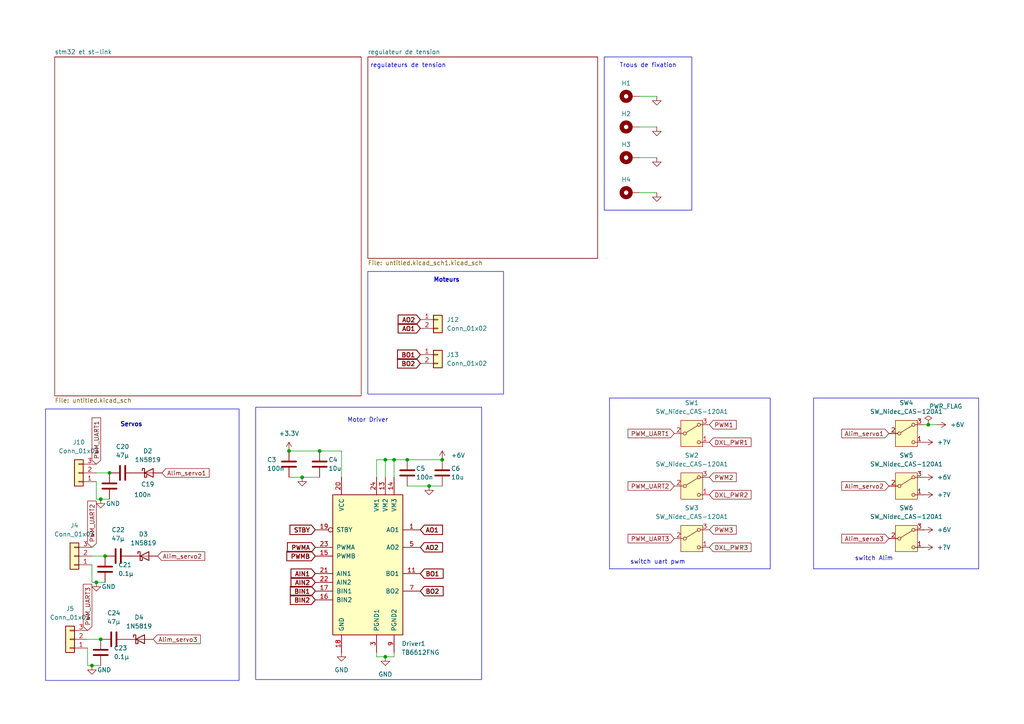
<source format=kicad_sch>
(kicad_sch (version 20250114) (generator "eeschema") (generator_version "9.0")
  (paper "A4")
  (title_block (title "pcb coupe de france servos et dc V1") (date "2025-06-24") (rev "Ouerfelli karim") (company "ARES"))
  (lib_symbols
    (symbol "Connector_Generic:Conn_01x02" (pin_names (offset 1.016) (hide yes))
      (property "Reference" "J" (at 0 2.54 0))
      (property "Value" "Conn_01x02" (at 0 -5.08 0))
      (symbol "Conn_01x02_1_1"
        (rectangle (start -1.27 1.27) (end 1.27 -3.81) (stroke (width 0.254)) (fill (type background)))
        (rectangle (start -1.27 0.127) (end 0 -0.127) (stroke (width 0.1524)))
        (rectangle (start -1.27 -2.413) (end 0 -2.667) (stroke (width 0.1524)))
        (pin passive line (at -5.08 0 0) (length 3.81) (name "Pin_1") (number "1"))
        (pin passive line (at -5.08 -2.54 0) (length 3.81) (name "Pin_2") (number "2"))
      )
    )
    (symbol "Connector_Generic:Conn_01x03" (pin_names (offset 1.016) (hide yes))
      (property "Reference" "J" (at 0 5.08 0))
      (property "Value" "Conn_01x03" (at 0 -5.08 0))
      (symbol "Conn_01x03_1_1"
        (rectangle (start -1.27 3.81) (end 1.27 -3.81) (stroke (width 0.254)) (fill (type background)))
        (rectangle (start -1.27 2.667) (end 0 2.413) (stroke (width 0.1524)))
        (rectangle (start -1.27 0.127) (end 0 -0.127) (stroke (width 0.1524)))
        (rectangle (start -1.27 -2.413) (end 0 -2.667) (stroke (width 0.1524)))
        (pin passive line (at -5.08 2.54 0) (length 3.81) (name "Pin_1") (number "1"))
        (pin passive line (at -5.08 0 0) (length 3.81) (name "Pin_2") (number "2"))
        (pin passive line (at -5.08 -2.54 0) (length 3.81) (name "Pin_3") (number "3"))
      )
    )
    (symbol "Device:C" (pin_numbers (hide yes)) (pin_names (offset 0.254))
      (property "Reference" "C" (at 0.635 2.54 0))
      (property "Value" "C" (at 0.635 -2.54 0))
      (symbol "C_0_1"
        (polyline (pts (xy -2.032 0.762) (xy 2.032 0.762)) (stroke (width 0.508)))
        (polyline (pts (xy -2.032 -0.762) (xy 2.032 -0.762)) (stroke (width 0.508)))
      )
      (symbol "C_1_1"
        (pin passive line (at 0 3.81 270) (length 2.794) (name "~") (number "1"))
        (pin passive line (at 0 -3.81 90) (length 2.794) (name "~") (number "2"))
      )
    )
    (symbol "Diode:1N5819" (pin_numbers (hide yes)) (pin_names (offset 1.016) (hide yes))
      (property "Reference" "D" (at 0 2.54 0))
      (property "Value" "1N5819" (at 0 -2.54 0))
      (symbol "1N5819_0_1"
        (polyline (pts (xy -1.905 0.635) (xy -1.905 1.27) (xy -1.27 1.27) (xy -1.27 -1.27) (xy -0.635 -1.27) (xy -0.635 -0.635)) (stroke (width 0.254)))
        (polyline (pts (xy 1.27 1.27) (xy 1.27 -1.27) (xy -1.27 0) (xy 1.27 1.27)) (stroke (width 0.254)))
        (polyline (pts (xy 1.27 0) (xy -1.27 0)))
      )
      (symbol "1N5819_1_1"
        (pin passive line (at -3.81 0 0) (length 2.54) (name "K") (number "1"))
        (pin passive line (at 3.81 0 180) (length 2.54) (name "A") (number "2"))
      )
    )
    (symbol "Driver_Motor:TB6612FNG" (pin_names (offset 1.016))
      (property "Reference" "U" (at 11.43 17.78 0))
      (property "Value" "TB6612FNG" (at 11.43 15.24 0))
      (symbol "TB6612FNG_0_1"
        (rectangle (start -10.16 20.32) (end 10.16 -20.32) (stroke (width 0.254)) (fill (type background)))
      )
      (symbol "TB6612FNG_1_1"
        (pin input inverted (at -15.24 10.16 0) (length 5.08) (name "STBY") (number "19"))
        (pin input line (at -15.24 5.08 0) (length 5.08) (name "PWMA") (number "23"))
        (pin input line (at -15.24 2.54 0) (length 5.08) (name "PWMB") (number "15"))
        (pin input line (at -15.24 -2.54 0) (length 5.08) (name "AIN1") (number "21"))
        (pin input line (at -15.24 -5.08 0) (length 5.08) (name "AIN2") (number "22"))
        (pin input line (at -15.24 -7.62 0) (length 5.08) (name "BIN1") (number "17"))
        (pin input line (at -15.24 -10.16 0) (length 5.08) (name "BIN2") (number "16"))
        (pin power_in line (at -7.62 25.4 270) (length 5.08) (name "VCC") (number "20"))
        (pin power_in line (at -7.62 -25.4 90) (length 5.08) (name "GND") (number "18"))
        (pin power_in line (at 2.54 25.4 270) (length 5.08) (name "VM1") (number "24"))
        (pin power_in line (at 2.54 -25.4 90) (length 5.08) (name "PGND1") (number "3"))
        (pin passive line (at 2.54 -25.4 90) (length 5.08) (hide yes) (name "PGND1") (number "4"))
        (pin power_in line (at 5.08 25.4 270) (length 5.08) (name "VM2") (number "13"))
        (pin power_in line (at 7.62 25.4 270) (length 5.08) (name "VM3") (number "14"))
        (pin passive line (at 7.62 -25.4 90) (length 5.08) (hide yes) (name "PGND2") (number "10"))
        (pin power_in line (at 7.62 -25.4 90) (length 5.08) (name "PGND2") (number "9"))
        (pin output line (at 15.24 10.16 180) (length 5.08) (name "AO1") (number "1"))
        (pin passive line (at 15.24 10.16 180) (length 5.08) (hide yes) (name "AO1") (number "2"))
        (pin output line (at 15.24 5.08 180) (length 5.08) (name "AO2") (number "5"))
        (pin passive line (at 15.24 5.08 180) (length 5.08) (hide yes) (name "AO2") (number "6"))
        (pin output line (at 15.24 -2.54 180) (length 5.08) (name "BO1") (number "11"))
        (pin passive line (at 15.24 -2.54 180) (length 5.08) (hide yes) (name "BO1") (number "12"))
        (pin output line (at 15.24 -7.62 180) (length 5.08) (name "BO2") (number "7"))
        (pin passive line (at 15.24 -7.62 180) (length 5.08) (hide yes) (name "BO2") (number "8"))
      )
    )
    (symbol "MountingHole_Pad_2" (pin_numbers (hide yes)) (pin_names (offset 1.016) (hide yes)) (exclude_from_sim yes) (in_bom no)
      (property "Reference" "H1" (at 2.54 2.5401 0))
      (property "Value" "MountingHole_Pad" (at 2.54 0.0001 0))
      (symbol "MountingHole_Pad_2_0_1"
        (circle (center 0 1.27) (radius 1.27) (stroke (width 1.27)))
      )
      (symbol "MountingHole_Pad_2_1_1"
        (pin input line (at 0 -2.54 90) (length 2.54) (name "1") (number "1"))
      )
    )
    (symbol "Switch:SW_Nidec_CAS-120A1" (pin_names (offset 1) (hide yes))
      (property "Reference" "SW" (at 0 4.318 0))
      (property "Value" "SW_Nidec_CAS-120A1" (at 0 -5.08 0))
      (symbol "SW_Nidec_CAS-120A1_0_1"
        (circle (center -2.032 0) (radius 0.4572))
        (polyline (pts (xy -1.651 0.254) (xy 1.651 2.286)))
        (circle (center 2.032 2.54) (radius 0.4572))
        (circle (center 2.032 -2.54) (radius 0.4572))
      )
      (symbol "SW_Nidec_CAS-120A1_1_1"
        (rectangle (start -3.175 3.81) (end 3.175 -3.81) (fill (type background)))
        (pin passive line (at -5.08 0 0) (length 2.54) (name "B") (number "2"))
        (pin passive line (at 5.08 2.54 180) (length 2.54) (name "A") (number "3"))
        (pin passive line (at 5.08 -2.54 180) (length 2.54) (name "C") (number "1"))
      )
    )
    (symbol "power:+3.3V" (power) (pin_numbers (hide yes)) (pin_names (offset 0) (hide yes))
      (property "Value" "+3.3V" (at 0 3.556 0))
      (symbol "+3.3V_0_1"
        (polyline (pts (xy -0.762 1.27) (xy 0 2.54)))
        (polyline (pts (xy 0 2.54) (xy 0.762 1.27)))
        (polyline (pts (xy 0 0) (xy 0 2.54)))
      )
      (symbol "+3.3V_1_1"
        (pin power_in line (at 0 0 90) (length 0) (name "~") (number "1"))
      )
    )
    (symbol "power:+7.5V" (power) (pin_numbers (hide yes)) (pin_names (offset 0) (hide yes))
      (property "Value" "+7.5V" (at 0 3.556 0))
      (symbol "+7.5V_0_1"
        (polyline (pts (xy -0.762 1.27) (xy 0 2.54)))
        (polyline (pts (xy 0 2.54) (xy 0.762 1.27)))
        (polyline (pts (xy 0 0) (xy 0 2.54)))
      )
      (symbol "+7.5V_1_1"
        (pin power_in line (at 0 0 90) (length 0) (name "~") (number "1"))
      )
    )
    (symbol "power:GND" (power) (pin_numbers (hide yes)) (pin_names (offset 0) (hide yes))
      (property "Value" "GND" (at 0 -3.81 0))
      (symbol "GND_0_1"
        (polyline (pts (xy 0 0) (xy 0 -1.27) (xy 1.27 -1.27) (xy 0 -2.54) (xy -1.27 -1.27) (xy 0 -1.27)))
      )
      (symbol "GND_1_1"
        (pin power_in line (at 0 0 270) (length 0) (name "~") (number "1"))
      )
    )
    (symbol "power:PWR_FLAG" (power) (pin_numbers (hide yes)) (pin_names (offset 0) (hide yes))
      (property "Value" "PWR_FLAG" (at 0 3.81 0))
      (symbol "PWR_FLAG_0_0"
        (pin power_out line (at 0 0 90) (length 0) (name "~") (number "1"))
      )
      (symbol "PWR_FLAG_0_1"
        (polyline (pts (xy 0 0) (xy 0 1.27) (xy -1.016 1.905) (xy 0 2.54) (xy 1.016 1.905) (xy 0 1.27)))
      )
    )
  )
  (rectangle (start 74.168 118.11) (end 139.7 197.104))
  (rectangle (start 106.68 78.74) (end 146.05 114.3))
  (rectangle (start 176.784 115.443) (end 223.393 164.973))
  (rectangle (start 175.26 16.51) (end 200.66 60.96))
  (rectangle (start 235.966 115.443) (end 283.845 164.973))
  (rectangle (start 13.208 118.618) (end 69.342 197.358))
  (text "Trous de fixation\n" (at 187.96 19.05 0) (effects (font (size 1.27 1.27))))
  (text "switch uart pwm \n" (at 191.262 163.068 0) (effects (font (size 1.27 1.27))))
  (text "Servos" (at 38.1 123.19 0) (effects (font (size 1.27 1.27) (thickness 0.254) (bold yes))))
  (text "switch Alim\n\n" (at 253.492 163.068 0) (effects (font (size 1.27 1.27))))
  (text "regulateurs de tension \n" (at 118.872 19.05 0) (effects (font (size 1.27 1.27))))
  (text "Moteurs\n" (at 129.54 81.28 0) (effects (font (size 1.27 1.27) (thickness 0.254) (bold yes))))
  (text "Motor Driver\n" (at 106.68 121.92 0) (effects (font (size 1.27 1.27))))
  (junction (at 87.63 138.43))
  (junction (at 31.75 137.16))
  (junction (at 29.21 144.78))
  (junction (at 118.11 133.35))
  (junction (at 27.94 168.91))
  (junction (at 83.82 130.81))
  (junction (at 111.76 190.5))
  (junction (at 124.46 140.97))
  (junction (at 269.24 123.19))
  (junction (at 111.76 133.35))
  (junction (at 92.71 130.81))
  (junction (at 26.67 193.04))
  (junction (at 30.48 161.29))
  (junction (at 29.21 185.42))
  (junction (at 128.27 133.35))
  (junction (at 114.3 133.35))
  (wire (pts (xy 114.3 133.35) (xy 114.3 138.43)))
  (wire (pts (xy 118.11 140.97) (xy 124.46 140.97)))
  (wire (pts (xy 109.22 133.35) (xy 111.76 133.35)))
  (wire (pts (xy 25.4 193.04) (xy 26.67 193.04)))
  (wire (pts (xy 124.46 140.97) (xy 128.27 140.97)))
  (wire (pts (xy 26.67 193.04) (xy 29.21 193.04)))
  (wire (pts (xy 25.4 185.42) (xy 29.21 185.42)))
  (wire (pts (xy 27.94 144.78) (xy 29.21 144.78)))
  (wire (pts (xy 185.42 55.88) (xy 190.5 55.88)))
  (wire (pts (xy 27.94 137.16) (xy 31.75 137.16)))
  (wire (pts (xy 267.97 123.19) (xy 269.24 123.19)))
  (wire (pts (xy 118.11 133.35) (xy 128.27 133.35)))
  (wire (pts (xy 114.3 133.35) (xy 118.11 133.35)))
  (wire (pts (xy 185.42 27.94) (xy 190.5 27.94)))
  (wire (pts (xy 109.22 189.23) (xy 109.22 190.5)))
  (wire (pts (xy 185.42 36.83) (xy 190.5 36.83)))
  (wire (pts (xy 111.76 133.35) (xy 111.76 138.43)))
  (wire (pts (xy 26.67 168.91) (xy 27.94 168.91)))
  (wire (pts (xy 83.82 138.43) (xy 87.63 138.43)))
  (wire (pts (xy 111.76 190.5) (xy 114.3 190.5)))
  (wire (pts (xy 26.67 161.29) (xy 30.48 161.29)))
  (wire (pts (xy 26.67 163.83) (xy 26.67 168.91)))
  (wire (pts (xy 99.06 130.81) (xy 99.06 138.43)))
  (wire (pts (xy 83.82 130.81) (xy 92.71 130.81)))
  (wire (pts (xy 99.06 130.81) (xy 92.71 130.81)))
  (wire (pts (xy 109.22 133.35) (xy 109.22 138.43)))
  (wire (pts (xy 269.24 123.19) (xy 271.78 123.19)))
  (wire (pts (xy 29.21 144.78) (xy 31.75 144.78)))
  (wire (pts (xy 25.4 187.96) (xy 25.4 193.04)))
  (wire (pts (xy 109.22 190.5) (xy 111.76 190.5)))
  (wire (pts (xy 27.94 168.91) (xy 30.48 168.91)))
  (wire (pts (xy 87.63 138.43) (xy 92.71 138.43)))
  (wire (pts (xy 185.42 45.72) (xy 190.5 45.72)))
  (wire (pts (xy 114.3 189.23) (xy 114.3 190.5)))
  (wire (pts (xy 111.76 133.35) (xy 114.3 133.35)))
  (wire (pts (xy 27.94 139.7) (xy 27.94 144.78)))
  (global_label "AO1" (shape input) (at 121.92 95.25 180) (effects (font (thickness 0.254) (bold yes))) (property "Intersheetrefs" "${INTERSHEET_REFS}" (effects (hide yes))))
  (global_label "PWM_UART1" (shape input) (at 195.58 125.73 180) (property "Intersheetrefs" "${INTERSHEET_REFS}" (effects (hide yes))))
  (global_label "AO2" (shape input) (at 121.92 158.75 0) (effects (font (thickness 0.254) (bold yes))) (property "Intersheetrefs" "${INTERSHEET_REFS}" (effects (hide yes))))
  (global_label "DXL_PWR1" (shape input) (at 205.74 128.27 0) (property "Intersheetrefs" "${INTERSHEET_REFS}" (effects (hide yes))))
  (global_label "Alim_servo3" (shape input) (at 257.81 156.21 180) (property "Intersheetrefs" "${INTERSHEET_REFS}" (effects (hide yes))))
  (global_label "PWM_UART2" (shape input) (at 195.58 140.97 180) (property "Intersheetrefs" "${INTERSHEET_REFS}" (effects (hide yes))))
  (global_label "STBY" (shape input) (at 91.44 153.67 180) (effects (font (thickness 0.254) (bold yes))) (property "Intersheetrefs" "${INTERSHEET_REFS}" (effects (hide yes))))
  (global_label "Alim_servo3" (shape input) (at 44.45 185.42 0) (property "Intersheetrefs" "${INTERSHEET_REFS}" (effects (hide yes))))
  (global_label "PWM3" (shape input) (at 205.74 153.67 0) (property "Intersheetrefs" "${INTERSHEET_REFS}" (effects (hide yes))))
  (global_label "Alim_servo1" (shape input) (at 257.81 125.73 180) (property "Intersheetrefs" "${INTERSHEET_REFS}" (effects (hide yes))))
  (global_label "PWM_UART1" (shape input) (at 27.94 134.62 90) (property "Intersheetrefs" "${INTERSHEET_REFS}" (effects (hide yes))))
  (global_label "PWM_UART3" (shape input) (at 195.58 156.21 180) (property "Intersheetrefs" "${INTERSHEET_REFS}" (effects (hide yes))))
  (global_label "BO2" (shape input) (at 121.92 171.45 0) (effects (font (thickness 0.254) (bold yes))) (property "Intersheetrefs" "${INTERSHEET_REFS}" (effects (hide yes))))
  (global_label "BO2" (shape input) (at 121.92 105.41 180) (effects (font (thickness 0.254) (bold yes))) (property "Intersheetrefs" "${INTERSHEET_REFS}" (effects (hide yes))))
  (global_label "PWM2" (shape input) (at 205.74 138.43 0) (property "Intersheetrefs" "${INTERSHEET_REFS}" (effects (hide yes))))
  (global_label "PWM_UART2" (shape input) (at 26.67 158.75 90) (property "Intersheetrefs" "${INTERSHEET_REFS}" (effects (hide yes))))
  (global_label "BIN1" (shape input) (at 91.44 171.45 180) (effects (font (thickness 0.254) (bold yes))) (property "Intersheetrefs" "${INTERSHEET_REFS}" (effects (hide yes))))
  (global_label "PWM_UART3" (shape input) (at 25.4 182.88 90) (property "Intersheetrefs" "${INTERSHEET_REFS}" (effects (hide yes))))
  (global_label "PWM1" (shape input) (at 205.74 123.19 0) (property "Intersheetrefs" "${INTERSHEET_REFS}" (effects (hide yes))))
  (global_label "DXL_PWR2" (shape input) (at 205.74 143.51 0) (property "Intersheetrefs" "${INTERSHEET_REFS}" (effects (hide yes))))
  (global_label "BIN2" (shape input) (at 91.44 173.99 180) (effects (font (thickness 0.254) (bold yes))) (property "Intersheetrefs" "${INTERSHEET_REFS}" (effects (hide yes))))
  (global_label "Alim_servo2" (shape input) (at 257.81 140.97 180) (property "Intersheetrefs" "${INTERSHEET_REFS}" (effects (hide yes))))
  (global_label "Alim_servo1" (shape input) (at 46.99 137.16 0) (property "Intersheetrefs" "${INTERSHEET_REFS}" (effects (hide yes))))
  (global_label "AO2" (shape input) (at 121.92 92.71 180) (effects (font (thickness 0.254) (bold yes))) (property "Intersheetrefs" "${INTERSHEET_REFS}" (effects (hide yes))))
  (global_label "PWMA" (shape input) (at 91.44 158.75 180) (effects (font (thickness 0.254) (bold yes))) (property "Intersheetrefs" "${INTERSHEET_REFS}" (effects (hide yes))))
  (global_label "AIN2" (shape input) (at 91.44 168.91 180) (effects (font (thickness 0.254) (bold yes))) (property "Intersheetrefs" "${INTERSHEET_REFS}" (effects (hide yes))))
  (global_label "PWMB" (shape input) (at 91.44 161.29 180) (effects (font (thickness 0.254) (bold yes))) (property "Intersheetrefs" "${INTERSHEET_REFS}" (effects (hide yes))))
  (global_label "DXL_PWR3" (shape input) (at 205.74 158.75 0) (property "Intersheetrefs" "${INTERSHEET_REFS}" (effects (hide yes))))
  (global_label "BO1" (shape input) (at 121.92 102.87 180) (effects (font (thickness 0.254) (bold yes))) (property "Intersheetrefs" "${INTERSHEET_REFS}" (effects (hide yes))))
  (global_label "BO1" (shape input) (at 121.92 166.37 0) (effects (font (thickness 0.254) (bold yes))) (property "Intersheetrefs" "${INTERSHEET_REFS}" (effects (hide yes))))
  (global_label "AO1" (shape input) (at 121.92 153.67 0) (effects (font (thickness 0.254) (bold yes))) (property "Intersheetrefs" "${INTERSHEET_REFS}" (effects (hide yes))))
  (global_label "AIN1" (shape input) (at 91.44 166.37 180) (effects (font (thickness 0.254) (bold yes))) (property "Intersheetrefs" "${INTERSHEET_REFS}" (effects (hide yes))))
  (global_label "Alim_servo2" (shape input) (at 45.72 161.29 0) (property "Intersheetrefs" "${INTERSHEET_REFS}" (effects (hide yes))))
  (symbol (lib_id "Connector_Generic:Conn_01x03") (at 21.59 161.29 180) (unit 1)
    (property "Reference" "J4" (at 21.59 152.4 0))
    (property "Value" "Conn_01x03" (at 21.59 154.94 0))
    (property "Footprint" "Connector_JST:JST_XH_B3B-XH-A_1x03_P2.50mm_Vertical" (effects (hide yes)))
    (property "Description" "Generic connector, single row, 01x03, script generated (kicad-library-utils/schlib/autogen/connector/)" (effects (hide yes)))
  )
  (symbol (lib_id "power:GND") (at 27.94 168.91 0) (unit 1)
    (property "Reference" "#PWR04" (effects (hide yes)))
    (property "Value" "GND" (at 31.496 170.18 0))
    (property "Description" "Power symbol creates a global label with name \"GND\" , ground" (effects (hide yes)))
  )
  (symbol (lib_id "Connector_Generic:Conn_01x03") (at 20.32 185.42 180) (unit 1)
    (property "Reference" "J5" (at 20.32 176.53 0))
    (property "Value" "Conn_01x03" (at 20.32 179.07 0))
    (property "Footprint" "Connector_JST:JST_XH_B3B-XH-A_1x03_P2.50mm_Vertical" (effects (hide yes)))
    (property "Description" "Generic connector, single row, 01x03, script generated (kicad-library-utils/schlib/autogen/connector/)" (effects (hide yes)))
  )
  (symbol (lib_id "Device:C") (at 118.11 137.16 0) (unit 1)
    (property "Reference" "C5" (at 120.65 135.89 0) (effects (justify left)))
    (property "Value" "100n" (at 120.65 138.43 0) (effects (justify left)))
    (property "Footprint" "Capacitor_SMD:C_0402_1005Metric" (effects (hide yes)))
    (property "Description" "Unpolarized capacitor" (effects (hide yes)))
  )
  (symbol (lib_id "power:GND") (at 26.67 193.04 0) (unit 1)
    (property "Reference" "#PWR014" (effects (hide yes)))
    (property "Value" "GND" (at 30.226 194.31 0))
    (property "Description" "Power symbol creates a global label with name \"GND\" , ground" (effects (hide yes)))
  )
  (symbol (lib_name "MountingHole_Pad_2") (lib_id "Mechanical:MountingHole_Pad") (at 182.88 55.88 90) (unit 1) (exclude_from_sim yes) (in_bom no)
    (property "Reference" "H4" (at 181.61 52.07 90))
    (property "Value" "MountingHole_Pad" (effects (hide yes)))
    (property "Footprint" "MountingHole:MountingHole_2.7mm_M2.5_Pad" (effects (hide yes)))
    (property "Description" "Mounting Hole with connection" (effects (hide yes)))
  )
  (symbol (lib_id "Device:C") (at 83.82 134.62 0) (unit 1)
    (property "Reference" "C3" (at 77.47 133.35 0) (effects (justify left)))
    (property "Value" "100n" (at 77.47 135.89 0) (effects (justify left)))
    (property "Footprint" "Capacitor_SMD:C_0402_1005Metric" (effects (hide yes)))
    (property "Description" "Unpolarized capacitor" (effects (hide yes)))
  )
  (symbol (lib_id "power:GND") (at 190.5 45.72 0) (unit 1)
    (property "Reference" "#PWR013" (effects (hide yes)))
    (property "Value" "GND" (effects (hide yes)))
    (property "Description" "Power symbol creates a global label with name \"GND\" , ground" (effects (hide yes)))
  )
  (symbol (lib_id "power:+7.5V") (at 128.27 133.35 0) (unit 1)
    (property "Reference" "#PWR025" (effects (hide yes)))
    (property "Value" "+6V" (at 130.81 132.0799 0) (effects (justify left)))
    (property "Description" "Power symbol creates a global label with name \"+7.5V\"" (effects (hide yes)))
  )
  (symbol (lib_id "Switch:SW_Nidec_CAS-120A1") (at 200.66 125.73 0) (unit 1)
    (property "Reference" "SW1" (at 200.66 116.84 0))
    (property "Value" "SW_Nidec_CAS-120A1" (at 200.66 119.38 0))
    (property "Footprint" "Button_Switch_SMD:Nidec_Copal_CAS-120A" (effects (hide yes)))
    (property "Datasheet" "https://www.nidec-components.com/e/catalog/switch/cas.pdf" (effects (hide yes)))
    (property "Description" "Switch, single pole double throw" (effects (hide yes)))
  )
  (symbol (lib_name "MountingHole_Pad_2") (lib_id "Mechanical:MountingHole_Pad") (at 182.88 45.72 90) (unit 1) (exclude_from_sim yes) (in_bom no)
    (property "Reference" "H3" (at 181.61 41.91 90))
    (property "Value" "MountingHole_Pad" (effects (hide yes)))
    (property "Footprint" "MountingHole:MountingHole_2.7mm_M2.5_Pad" (effects (hide yes)))
    (property "Description" "Mounting Hole with connection" (effects (hide yes)))
  )
  (symbol (lib_id "power:+7.5V") (at 267.97 128.27 270) (unit 1)
    (property "Reference" "#PWR031" (effects (hide yes)))
    (property "Value" "+?V" (at 271.78 128.2699 90) (effects (justify left)))
    (property "Description" "Power symbol creates a global label with name \"+7.5V\"" (effects (hide yes)))
  )
  (symbol (lib_id "Switch:SW_Nidec_CAS-120A1") (at 200.66 140.97 0) (unit 1)
    (property "Reference" "SW2" (at 200.66 132.08 0))
    (property "Value" "SW_Nidec_CAS-120A1" (at 200.66 134.62 0))
    (property "Footprint" "Button_Switch_SMD:Nidec_Copal_CAS-120A" (effects (hide yes)))
    (property "Datasheet" "https://www.nidec-components.com/e/catalog/switch/cas.pdf" (effects (hide yes)))
    (property "Description" "Switch, single pole double throw" (effects (hide yes)))
  )
  (symbol (lib_id "Diode:1N5819") (at 41.91 161.29 0) (unit 1)
    (property "Reference" "D3" (at 41.5925 154.94 0))
    (property "Value" "1N5819" (at 41.5925 157.48 0))
    (property "Footprint" "Diode_THT:D_DO-41_SOD81_P10.16mm_Horizontal" (effects (hide yes)))
    (property "Datasheet" "http://www.vishay.com/docs/88525/1n5817.pdf" (effects (hide yes)))
    (property "Description" "40V 1A Schottky Barrier Rectifier Diode, DO-41" (effects (hide yes)))
  )
  (symbol (lib_id "Device:C") (at 29.21 189.23 0) (unit 1)
    (property "Reference" "C23" (at 33.02 187.9599 0) (effects (justify left)))
    (property "Value" "0.1µ" (at 33.02 190.4999 0) (effects (justify left)))
    (property "Footprint" "Capacitor_SMD:C_0603_1608Metric" (effects (hide yes)))
    (property "Description" "Unpolarized capacitor" (effects (hide yes)))
  )
  (symbol (lib_id "Diode:1N5819") (at 40.64 185.42 0) (unit 1)
    (property "Reference" "D4" (at 40.3225 179.07 0))
    (property "Value" "1N5819" (at 40.3225 181.61 0))
    (property "Footprint" "Diode_THT:D_DO-41_SOD81_P10.16mm_Horizontal" (effects (hide yes)))
    (property "Datasheet" "http://www.vishay.com/docs/88525/1n5817.pdf" (effects (hide yes)))
    (property "Description" "40V 1A Schottky Barrier Rectifier Diode, DO-41" (effects (hide yes)))
  )
  (symbol (lib_id "Device:C") (at 92.71 134.62 0) (unit 1)
    (property "Reference" "C4" (at 95.25 133.35 0) (effects (justify left)))
    (property "Value" "10u" (at 95.25 135.89 0) (effects (justify left)))
    (property "Footprint" "Capacitor_SMD:C_0805_2012Metric" (effects (hide yes)))
    (property "Description" "Unpolarized capacitor" (effects (hide yes)))
  )
  (symbol (lib_id "Driver_Motor:TB6612FNG") (at 106.68 163.83 0) (unit 1)
    (property "Reference" "Driver1" (at 116.4941 186.69 0) (effects (justify left)))
    (property "Value" "TB6612FNG" (at 116.4941 189.23 0) (effects (justify left)))
    (property "Footprint" "Package_SO:SSOP-24_5.3x8.2mm_P0.65mm" (effects (hide yes)))
    (property "Datasheet" "https://toshiba.semicon-storage.com/us/product/linear/motordriver/detail.TB6612FNG.html" (effects (hide yes)))
    (property "Description" "Driver IC for Dual DC motor, SSOP-24" (effects (hide yes)))
  )
  (symbol (lib_id "power:GND") (at 87.63 138.43 0) (unit 1)
    (property "Reference" "#PWR019" (effects (hide yes)))
    (property "Value" "GND" (effects (hide yes)))
    (property "Description" "Power symbol creates a global label with name \"GND\" , ground" (effects (hide yes)))
  )
  (symbol (lib_id "Connector_Generic:Conn_01x03") (at 22.86 137.16 180) (unit 1)
    (property "Reference" "J10" (at 22.86 128.27 0))
    (property "Value" "Conn_01x03" (at 22.86 130.81 0))
    (property "Footprint" "Connector_JST:JST_XH_B3B-XH-A_1x03_P2.50mm_Vertical" (effects (hide yes)))
    (property "Description" "Generic connector, single row, 01x03, script generated (kicad-library-utils/schlib/autogen/connector/)" (effects (hide yes)))
  )
  (symbol (lib_id "power:+7.5V") (at 267.97 143.51 270) (unit 1)
    (property "Reference" "#PWR041" (effects (hide yes)))
    (property "Value" "+?V" (at 271.78 143.5099 90) (effects (justify left)))
    (property "Description" "Power symbol creates a global label with name \"+7.5V\"" (effects (hide yes)))
  )
  (symbol (lib_name "MountingHole_Pad_2") (lib_id "Mechanical:MountingHole_Pad") (at 182.88 27.94 90) (unit 1) (exclude_from_sim yes) (in_bom no)
    (property "Reference" "H1" (at 181.61 24.13 90))
    (property "Value" "MountingHole_Pad" (effects (hide yes)))
    (property "Footprint" "MountingHole:MountingHole_2.7mm_M2.5_Pad" (effects (hide yes)))
    (property "Description" "Mounting Hole with connection" (effects (hide yes)))
  )
  (symbol (lib_id "power:GND") (at 190.5 36.83 0) (unit 1)
    (property "Reference" "#PWR011" (effects (hide yes)))
    (property "Value" "GND" (effects (hide yes)))
    (property "Description" "Power symbol creates a global label with name \"GND\" , ground" (effects (hide yes)))
  )
  (symbol (lib_id "Diode:1N5819") (at 43.18 137.16 0) (unit 1)
    (property "Reference" "D2" (at 42.8625 130.81 0))
    (property "Value" "1N5819" (at 42.8625 133.35 0))
    (property "Footprint" "Diode_THT:D_DO-41_SOD81_P10.16mm_Horizontal" (effects (hide yes)))
    (property "Datasheet" "http://www.vishay.com/docs/88525/1n5817.pdf" (effects (hide yes)))
    (property "Description" "40V 1A Schottky Barrier Rectifier Diode, DO-41" (effects (hide yes)))
  )
  (symbol (lib_id "power:PWR_FLAG") (at 269.24 123.19 0) (unit 1)
    (property "Reference" "#FLG01" (effects (hide yes)))
    (property "Value" "PWR_FLAG" (at 274.32 117.856 0))
    (property "Description" "Special symbol for telling ERC where power comes from" (effects (hide yes)))
  )
  (symbol (lib_id "Switch:SW_Nidec_CAS-120A1") (at 262.89 140.97 0) (unit 1)
    (property "Reference" "SW5" (at 262.89 132.08 0))
    (property "Value" "SW_Nidec_CAS-120A1" (at 262.89 134.62 0))
    (property "Footprint" "Button_Switch_SMD:Nidec_Copal_CAS-120A" (effects (hide yes)))
    (property "Datasheet" "https://www.nidec-components.com/e/catalog/switch/cas.pdf" (effects (hide yes)))
    (property "Description" "Switch, single pole double throw" (effects (hide yes)))
  )
  (symbol (lib_id "Switch:SW_Nidec_CAS-120A1") (at 200.66 156.21 0) (unit 1)
    (property "Reference" "SW3" (at 200.66 147.32 0))
    (property "Value" "SW_Nidec_CAS-120A1" (at 200.66 149.86 0))
    (property "Footprint" "Button_Switch_SMD:Nidec_Copal_CAS-120A" (effects (hide yes)))
    (property "Datasheet" "https://www.nidec-components.com/e/catalog/switch/cas.pdf" (effects (hide yes)))
    (property "Description" "Switch, single pole double throw" (effects (hide yes)))
  )
  (symbol (lib_id "power:+7.5V") (at 267.97 138.43 270) (unit 1)
    (property "Reference" "#PWR015" (effects (hide yes)))
    (property "Value" "+6V" (at 271.78 138.4299 90) (effects (justify left)))
    (property "Description" "Power symbol creates a global label with name \"+7.5V\"" (effects (hide yes)))
  )
  (symbol (lib_id "power:GND") (at 190.5 27.94 0) (unit 1)
    (property "Reference" "#PWR010" (effects (hide yes)))
    (property "Value" "GND" (effects (hide yes)))
    (property "Description" "Power symbol creates a global label with name \"GND\" , ground" (effects (hide yes)))
  )
  (symbol (lib_id "power:+7.5V") (at 271.78 123.19 270) (unit 1)
    (property "Reference" "#PWR05" (effects (hide yes)))
    (property "Value" "+6V" (at 275.59 123.1899 90) (effects (justify left)))
    (property "Description" "Power symbol creates a global label with name \"+7.5V\"" (effects (hide yes)))
  )
  (symbol (lib_id "Connector_Generic:Conn_01x02") (at 127 102.87 0) (unit 1)
    (property "Reference" "J13" (at 129.54 102.8699 0) (effects (justify left)))
    (property "Value" "Conn_01x02" (at 129.54 105.4099 0) (effects (justify left)))
    (property "Footprint" "Connector_JST:JST_XH_B2B-XH-A_1x02_P2.50mm_Vertical" (effects (hide yes)))
    (property "Description" "Generic connector, single row, 01x02, script generated (kicad-library-utils/schlib/autogen/connector/)" (effects (hide yes)))
  )
  (symbol (lib_id "power:+7.5V") (at 267.97 158.75 270) (unit 1)
    (property "Reference" "#PWR053" (effects (hide yes)))
    (property "Value" "+?V" (at 271.78 158.7499 90) (effects (justify left)))
    (property "Description" "Power symbol creates a global label with name \"+7.5V\"" (effects (hide yes)))
  )
  (symbol (lib_id "Device:C") (at 35.56 137.16 90) (unit 1)
    (property "Reference" "C20" (at 35.56 129.54 90))
    (property "Value" "47µ" (at 35.56 132.08 90))
    (property "Footprint" "Capacitor_SMD:CP_Elec_6.3x5.7" (effects (hide yes)))
    (property "Description" "Unpolarized capacitor" (effects (hide yes)))
  )
  (symbol (lib_id "power:GND") (at 111.76 190.5 0) (unit 1)
    (property "Reference" "#PWR023" (effects (hide yes)))
    (property "Value" "GND" (at 111.76 195.58 0))
    (property "Description" "Power symbol creates a global label with name \"GND\" , ground" (effects (hide yes)))
  )
  (symbol (lib_id "Connector_Generic:Conn_01x02") (at 127 92.71 0) (unit 1)
    (property "Reference" "J12" (at 129.54 92.7099 0) (effects (justify left)))
    (property "Value" "Conn_01x02" (at 129.54 95.2499 0) (effects (justify left)))
    (property "Footprint" "Connector_JST:JST_XH_B2B-XH-A_1x02_P2.50mm_Vertical" (effects (hide yes)))
    (property "Description" "Generic connector, single row, 01x02, script generated (kicad-library-utils/schlib/autogen/connector/)" (effects (hide yes)))
  )
  (symbol (lib_id "Device:C") (at 128.27 137.16 0) (unit 1)
    (property "Reference" "C6" (at 130.81 135.89 0) (effects (justify left)))
    (property "Value" "10u" (at 130.81 138.43 0) (effects (justify left)))
    (property "Footprint" "Capacitor_SMD:C_0805_2012Metric" (effects (hide yes)))
    (property "Description" "Unpolarized capacitor" (effects (hide yes)))
  )
  (symbol (lib_id "power:+3.3V") (at 83.82 130.81 0) (unit 1)
    (property "Reference" "#PWR0101" (effects (hide yes)))
    (property "Value" "+3.3V" (at 83.82 125.73 0))
    (property "Description" "Power symbol creates a global label with name \"+3.3V\"" (effects (hide yes)))
  )
  (symbol (lib_id "power:GND") (at 124.46 140.97 0) (unit 1)
    (property "Reference" "#PWR024" (effects (hide yes)))
    (property "Value" "GND" (effects (hide yes)))
    (property "Description" "Power symbol creates a global label with name \"GND\" , ground" (effects (hide yes)))
  )
  (symbol (lib_id "Device:C") (at 33.02 185.42 90) (unit 1)
    (property "Reference" "C24" (at 33.02 177.8 90))
    (property "Value" "47µ" (at 33.02 180.34 90))
    (property "Footprint" "Capacitor_SMD:CP_Elec_6.3x5.7" (effects (hide yes)))
    (property "Description" "Unpolarized capacitor" (effects (hide yes)))
  )
  (symbol (lib_name "MountingHole_Pad_2") (lib_id "Mechanical:MountingHole_Pad") (at 182.88 36.83 90) (unit 1) (exclude_from_sim yes) (in_bom no)
    (property "Reference" "H2" (at 181.61 33.02 90))
    (property "Value" "MountingHole_Pad" (effects (hide yes)))
    (property "Footprint" "MountingHole:MountingHole_2.7mm_M2.5_Pad" (effects (hide yes)))
    (property "Description" "Mounting Hole with connection" (effects (hide yes)))
  )
  (symbol (lib_id "Device:C") (at 30.48 165.1 0) (unit 1)
    (property "Reference" "C21" (at 34.29 163.8299 0) (effects (justify left)))
    (property "Value" "0.1µ" (at 34.29 166.3699 0) (effects (justify left)))
    (property "Footprint" "Capacitor_SMD:C_0603_1608Metric" (effects (hide yes)))
    (property "Description" "Unpolarized capacitor" (effects (hide yes)))
  )
  (symbol (lib_id "power:+7.5V") (at 267.97 153.67 270) (unit 1)
    (property "Reference" "#PWR016" (effects (hide yes)))
    (property "Value" "+6V" (at 271.78 153.6699 90) (effects (justify left)))
    (property "Description" "Power symbol creates a global label with name \"+7.5V\"" (effects (hide yes)))
  )
  (symbol (lib_id "power:GND") (at 99.06 189.23 0) (unit 1)
    (property "Reference" "#PWR020" (effects (hide yes)))
    (property "Value" "GND" (at 99.06 194.31 0))
    (property "Description" "Power symbol creates a global label with name \"GND\" , ground" (effects (hide yes)))
  )
  (symbol (lib_id "power:GND") (at 190.5 55.88 0) (unit 1)
    (property "Reference" "#PWR035" (effects (hide yes)))
    (property "Value" "GND" (effects (hide yes)))
    (property "Description" "Power symbol creates a global label with name \"GND\" , ground" (effects (hide yes)))
  )
  (symbol (lib_id "Switch:SW_Nidec_CAS-120A1") (at 262.89 156.21 0) (unit 1)
    (property "Reference" "SW6" (at 262.89 147.32 0))
    (property "Value" "SW_Nidec_CAS-120A1" (at 262.89 149.86 0))
    (property "Footprint" "Button_Switch_SMD:Nidec_Copal_CAS-120A" (effects (hide yes)))
    (property "Datasheet" "https://www.nidec-components.com/e/catalog/switch/cas.pdf" (effects (hide yes)))
    (property "Description" "Switch, single pole double throw" (effects (hide yes)))
  )
  (symbol (lib_id "power:GND") (at 29.21 144.78 0) (unit 1)
    (property "Reference" "#PWR03" (effects (hide yes)))
    (property "Value" "GND" (at 32.766 146.05 0))
    (property "Description" "Power symbol creates a global label with name \"GND\" , ground" (effects (hide yes)))
  )
  (symbol (lib_id "Device:C") (at 34.29 161.29 90) (unit 1)
    (property "Reference" "C22" (at 34.29 153.67 90))
    (property "Value" "47µ" (at 34.29 156.21 90))
    (property "Footprint" "Capacitor_SMD:CP_Elec_6.3x5.7" (effects (hide yes)))
    (property "Description" "Unpolarized capacitor" (effects (hide yes)))
  )
  (symbol (lib_id "Switch:SW_Nidec_CAS-120A1") (at 262.89 125.73 0) (unit 1)
    (property "Reference" "SW4" (at 262.89 116.84 0))
    (property "Value" "SW_Nidec_CAS-120A1" (at 262.89 119.38 0))
    (property "Footprint" "Button_Switch_SMD:Nidec_Copal_CAS-120A" (effects (hide yes)))
    (property "Datasheet" "https://www.nidec-components.com/e/catalog/switch/cas.pdf" (effects (hide yes)))
    (property "Description" "Switch, single pole double throw" (effects (hide yes)))
  )
  (symbol (lib_id "Device:C") (at 31.75 140.97 0) (unit 1)
    (property "Reference" "C19" (at 40.894 140.462 0) (effects (justify left)))
    (property "Value" "100n" (at 38.862 143.51 0) (effects (justify left)))
    (property "Footprint" "Capacitor_SMD:C_0603_1608Metric" (effects (hide yes)))
    (property "Description" "Unpolarized capacitor" (effects (hide yes)))
  )
  (sheet (at 106.68 16.51) (size 66.675 58.42) (stroke (width 0.1524))
    (property "Sheetname" "regulateur de tension" (at 106.68 15.7984 0) (effects (justify left bottom)))
    (property "Sheetfile" "untitled.kicad_sch1.kicad_sch" (at 106.68 75.5146 0) (effects (justify left top)))
  )
  (sheet (at 15.875 16.51) (size 88.9 98.298) (stroke (width 0.1524))
    (property "Sheetname" "stm32 et st-link" (at 15.875 15.7984 0) (effects (justify left bottom)))
    (property "Sheetfile" "untitled.kicad_sch" (at 15.875 115.3926 0) (effects (justify left top)))
  )
)
</source>
